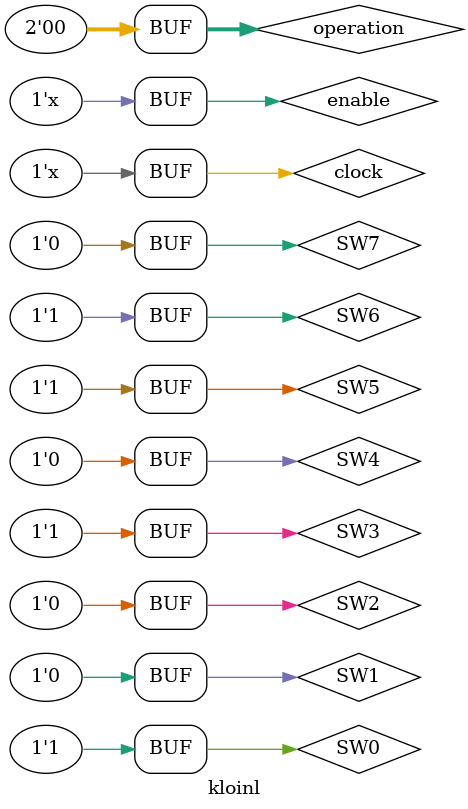
<source format=v>
`timescale 1ns / 1ps


module kloinl;

	// Inputs
	reg [0:0] clock;
	reg [0:0] SW0;
	reg [0:0] SW1;
	reg [0:0] SW2;
	reg [0:0] SW3;
	reg [0:0] SW4;
	reg [0:0] SW5;
	reg [0:0] SW6;
	reg [0:0] SW7;
	reg [0:0] enable;
	reg [1:0] operation;

	// Outputs
	wire [3:0] rezult;

	// Instantiate the Unit Under Test (UUT)
	CPU uut (
		.clock(clock), 
		.SW0(SW0), 
		.SW1(SW1), 
		.SW2(SW2), 
		.SW3(SW3), 
		.SW4(SW4), 
		.SW5(SW5), 
		.SW6(SW6), 
		.SW7(SW7), 
		.enable(enable), 
		.operation(operation), 
		.rezult(rezult)
	);

	initial begin
		// Initialize Inputs
		clock = 0;
		SW0 = 1;
		SW1 = 1;
		SW2 = 1;
		SW3 = 1;
		SW4 = 0;
		SW5 = 1;
		SW6 = 1;
		SW7 = 0;
		enable = 0;
		operation = 2'b01;

		// Wait 100 ns for global reset to finish
		#100;
		SW0 = 1;
		SW1 = 1;
		SW2 = 1;
		SW3 = 1;
		SW4 = 0;
		SW5 = 1;
		SW6 = 1;
		SW7 = 0;
		operation = 2'b10;
		#100;
		SW0 = 1;
		SW1 = 0;
		SW2 = 0;
		SW3 = 1;
		SW4 = 0;
		SW5 = 1;
		SW6 = 1;
		SW7 = 0;
		
		operation = 2'b00;
        
		// Add stimulus here

	end
	always @(*)
	begin
	#40;
	clock <= ~clock;
	enable <= ~enable;
	end
      
endmodule


</source>
